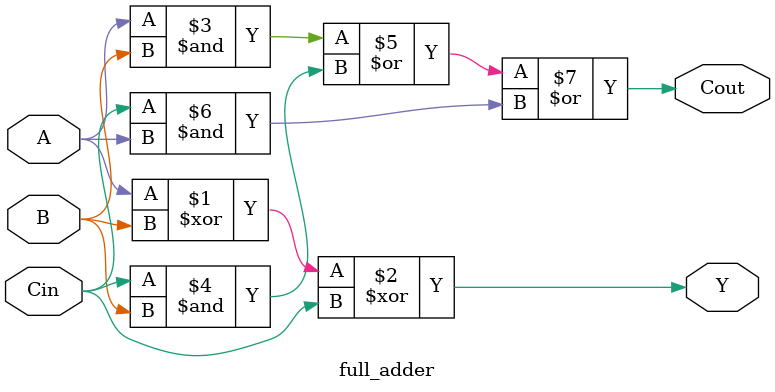
<source format=v>
module full_adder (
input A,
input B,
input Cin,
output Y,
output Cout
);
assign Y = A ^ B ^ Cin;
assign Cout = (A & B) | (Cin & B) | (Cin & A);

endmodule
</source>
